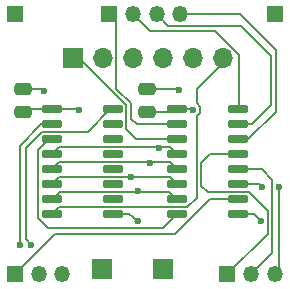
<source format=gbr>
%TF.GenerationSoftware,KiCad,Pcbnew,8.0.3*%
%TF.CreationDate,2024-07-13T20:35:25+02:00*%
%TF.ProjectId,Shift Register Board,53686966-7420-4526-9567-697374657220,rev?*%
%TF.SameCoordinates,Original*%
%TF.FileFunction,Copper,L2,Bot*%
%TF.FilePolarity,Positive*%
%FSLAX46Y46*%
G04 Gerber Fmt 4.6, Leading zero omitted, Abs format (unit mm)*
G04 Created by KiCad (PCBNEW 8.0.3) date 2024-07-13 20:35:25*
%MOMM*%
%LPD*%
G01*
G04 APERTURE LIST*
G04 Aperture macros list*
%AMRoundRect*
0 Rectangle with rounded corners*
0 $1 Rounding radius*
0 $2 $3 $4 $5 $6 $7 $8 $9 X,Y pos of 4 corners*
0 Add a 4 corners polygon primitive as box body*
4,1,4,$2,$3,$4,$5,$6,$7,$8,$9,$2,$3,0*
0 Add four circle primitives for the rounded corners*
1,1,$1+$1,$2,$3*
1,1,$1+$1,$4,$5*
1,1,$1+$1,$6,$7*
1,1,$1+$1,$8,$9*
0 Add four rect primitives between the rounded corners*
20,1,$1+$1,$2,$3,$4,$5,0*
20,1,$1+$1,$4,$5,$6,$7,0*
20,1,$1+$1,$6,$7,$8,$9,0*
20,1,$1+$1,$8,$9,$2,$3,0*%
G04 Aperture macros list end*
%TA.AperFunction,ComponentPad*%
%ADD10R,1.350000X1.350000*%
%TD*%
%TA.AperFunction,ComponentPad*%
%ADD11O,1.350000X1.350000*%
%TD*%
%TA.AperFunction,ComponentPad*%
%ADD12R,1.700000X1.700000*%
%TD*%
%TA.AperFunction,SMDPad,CuDef*%
%ADD13RoundRect,0.250000X0.475000X-0.250000X0.475000X0.250000X-0.475000X0.250000X-0.475000X-0.250000X0*%
%TD*%
%TA.AperFunction,SMDPad,CuDef*%
%ADD14RoundRect,0.150000X0.725000X0.150000X-0.725000X0.150000X-0.725000X-0.150000X0.725000X-0.150000X0*%
%TD*%
%TA.AperFunction,ComponentPad*%
%ADD15O,1.700000X1.700000*%
%TD*%
%TA.AperFunction,ViaPad*%
%ADD16C,0.600000*%
%TD*%
%TA.AperFunction,Conductor*%
%ADD17C,0.200000*%
%TD*%
G04 APERTURE END LIST*
D10*
%TO.P,J1,1,Pin_1*%
%TO.N,Net-(J1-Pin_1)*%
X59999999Y-61900000D03*
D11*
%TO.P,J1,2,Pin_2*%
%TO.N,Net-(J1-Pin_2)*%
X61999999Y-61900000D03*
%TO.P,J1,3,Pin_3*%
%TO.N,Net-(J1-Pin_3)*%
X63999999Y-61900000D03*
%TO.P,J1,4,Pin_4*%
%TO.N,Net-(J1-Pin_4)*%
X65999999Y-61900000D03*
%TD*%
D10*
%TO.P,J3,1,Pin_1*%
%TO.N,Net-(J3-Pin_1)*%
X52000000Y-83900000D03*
D11*
%TO.P,J3,2,Pin_2*%
%TO.N,Net-(J3-Pin_2)*%
X54000000Y-83900000D03*
%TO.P,J3,3,Pin_3*%
%TO.N,Net-(J3-Pin_3)*%
X56000000Y-83900000D03*
%TD*%
D10*
%TO.P,J5,1,Pin_1*%
%TO.N,GND*%
X74000000Y-61900000D03*
%TD*%
%TO.P,J2,1,Pin_1*%
%TO.N,Net-(J2-Pin_1)*%
X70000000Y-83900000D03*
D11*
%TO.P,J2,2,Pin_2*%
%TO.N,Net-(J2-Pin_2)*%
X72000000Y-83900000D03*
%TO.P,J2,3,Pin_3*%
%TO.N,Net-(J2-Pin_3)*%
X74000000Y-83900000D03*
%TD*%
D10*
%TO.P,J4,1,Pin_1*%
%TO.N,GND*%
X52000000Y-61900000D03*
%TD*%
D12*
%TO.P,J8,1,Pin_1*%
%TO.N,GND*%
X64500000Y-83500000D03*
%TD*%
D13*
%TO.P,C1,1*%
%TO.N,+5V*%
X52700000Y-70149999D03*
%TO.P,C1,2*%
%TO.N,GND*%
X52700000Y-68250001D03*
%TD*%
D14*
%TO.P,U2,1,QB*%
%TO.N,Net-(J3-Pin_3)*%
X60275000Y-69955000D03*
%TO.P,U2,2,QC*%
%TO.N,unconnected-(U2-QC-Pad2)*%
X60275000Y-71225000D03*
%TO.P,U2,3,QD*%
%TO.N,unconnected-(U2-QD-Pad3)*%
X60275000Y-72495000D03*
%TO.P,U2,4,QE*%
%TO.N,unconnected-(U2-QE-Pad4)*%
X60275000Y-73765000D03*
%TO.P,U2,5,QF*%
%TO.N,unconnected-(U2-QF-Pad5)*%
X60275000Y-75035000D03*
%TO.P,U2,6,QG*%
%TO.N,unconnected-(U2-QG-Pad6)*%
X60275000Y-76305000D03*
%TO.P,U2,7,QH*%
%TO.N,unconnected-(U2-QH-Pad7)*%
X60275000Y-77575000D03*
%TO.P,U2,8,GND*%
%TO.N,GND*%
X60275000Y-78845000D03*
%TO.P,U2,9,QH'*%
%TO.N,DATA_OUT*%
X55125000Y-78845000D03*
%TO.P,U2,10,~{SRCLR}*%
%TO.N,SR_CLR*%
X55125000Y-77575000D03*
%TO.P,U2,11,SRCLK*%
%TO.N,SR_CLK*%
X55125000Y-76305000D03*
%TO.P,U2,12,RCLK*%
%TO.N,LOAD*%
X55125000Y-75035000D03*
%TO.P,U2,13,~{OE}*%
%TO.N,OE*%
X55125000Y-73765000D03*
%TO.P,U2,14,SER*%
%TO.N,Net-(U1-QH')*%
X55125000Y-72495000D03*
%TO.P,U2,15,QA*%
%TO.N,Net-(J3-Pin_2)*%
X55125000Y-71225000D03*
%TO.P,U2,16,VCC*%
%TO.N,+5V*%
X55125000Y-69955000D03*
%TD*%
D12*
%TO.P,J7,1,Pin_1*%
%TO.N,+5V*%
X59400000Y-83500000D03*
%TD*%
D13*
%TO.P,C2,1*%
%TO.N,+5V*%
X63200000Y-70149999D03*
%TO.P,C2,2*%
%TO.N,GND*%
X63200000Y-68250001D03*
%TD*%
D12*
%TO.P,J6,1,Pin_1*%
%TO.N,DATA*%
X56900000Y-65600000D03*
D15*
%TO.P,J6,2,Pin_2*%
%TO.N,SR_CLK*%
X59440000Y-65600000D03*
%TO.P,J6,3,Pin_3*%
%TO.N,SR_CLR*%
X61979999Y-65600000D03*
%TO.P,J6,4,Pin_4*%
%TO.N,LOAD*%
X64520000Y-65600000D03*
%TO.P,J6,5,Pin_5*%
%TO.N,OE*%
X67060000Y-65600000D03*
%TO.P,J6,6,Pin_6*%
%TO.N,DATA_OUT*%
X69600000Y-65600000D03*
%TD*%
D14*
%TO.P,U1,1,QB*%
%TO.N,Net-(J1-Pin_2)*%
X70875000Y-69955000D03*
%TO.P,U1,2,QC*%
%TO.N,Net-(J1-Pin_3)*%
X70875000Y-71225000D03*
%TO.P,U1,3,QD*%
%TO.N,Net-(J1-Pin_4)*%
X70875000Y-72495000D03*
%TO.P,U1,4,QE*%
%TO.N,Net-(J2-Pin_1)*%
X70875000Y-73765000D03*
%TO.P,U1,5,QF*%
%TO.N,Net-(J2-Pin_2)*%
X70875000Y-75035000D03*
%TO.P,U1,6,QG*%
%TO.N,Net-(J2-Pin_3)*%
X70875000Y-76305000D03*
%TO.P,U1,7,QH*%
%TO.N,Net-(J3-Pin_1)*%
X70875000Y-77575000D03*
%TO.P,U1,8,GND*%
%TO.N,GND*%
X70875000Y-78845000D03*
%TO.P,U1,9,QH'*%
%TO.N,Net-(U1-QH')*%
X65725000Y-78845000D03*
%TO.P,U1,10,~{SRCLR}*%
%TO.N,SR_CLR*%
X65725000Y-77575000D03*
%TO.P,U1,11,SRCLK*%
%TO.N,SR_CLK*%
X65725000Y-76305000D03*
%TO.P,U1,12,RCLK*%
%TO.N,LOAD*%
X65725000Y-75035000D03*
%TO.P,U1,13,~{OE}*%
%TO.N,OE*%
X65725000Y-73765000D03*
%TO.P,U1,14,SER*%
%TO.N,DATA*%
X65725000Y-72495000D03*
%TO.P,U1,15,QA*%
%TO.N,Net-(J1-Pin_1)*%
X65725000Y-71225000D03*
%TO.P,U1,16,VCC*%
%TO.N,+5V*%
X65725000Y-69955000D03*
%TD*%
D16*
%TO.N,GND*%
X72800000Y-79400000D03*
X54500000Y-68400000D03*
X62400000Y-79400000D03*
X65900000Y-68300000D03*
%TO.N,Net-(J2-Pin_3)*%
X72900000Y-76500000D03*
X74400000Y-76500000D03*
%TO.N,Net-(J3-Pin_3)*%
X53400000Y-81400000D03*
%TO.N,Net-(J3-Pin_2)*%
X52400000Y-81400000D03*
%TO.N,SR_CLK*%
X61800000Y-75700000D03*
%TO.N,+5V*%
X67100000Y-70000000D03*
X57400000Y-70000000D03*
%TO.N,LOAD*%
X63400000Y-74500000D03*
%TO.N,OE*%
X64200000Y-73200000D03*
%TO.N,SR_CLR*%
X62400000Y-76900000D03*
%TD*%
D17*
%TO.N,Net-(J1-Pin_2)*%
X63399999Y-63300000D02*
X61999999Y-61900000D01*
X70955000Y-69955000D02*
X71000000Y-70000000D01*
X71000000Y-65373654D02*
X68926346Y-63300000D01*
X71000000Y-70000000D02*
X71000000Y-65373654D01*
X70875000Y-69955000D02*
X70955000Y-69955000D01*
X68926346Y-63300000D02*
X63399999Y-63300000D01*
%TO.N,GND*%
X60275000Y-78845000D02*
X61645000Y-78845000D01*
X70875000Y-78845000D02*
X72245000Y-78845000D01*
X52700000Y-68250001D02*
X54350001Y-68250001D01*
X65900000Y-68300000D02*
X65850001Y-68250001D01*
X54350001Y-68250001D02*
X54500000Y-68400000D01*
X61645000Y-78845000D02*
X62400000Y-79400000D01*
X54500000Y-68400000D02*
X54400000Y-68300000D01*
X72245000Y-78845000D02*
X72800000Y-79400000D01*
X62400000Y-79400000D02*
X62200000Y-79400000D01*
X65850001Y-68250001D02*
X63200000Y-68250001D01*
%TO.N,Net-(J1-Pin_4)*%
X71749999Y-72495000D02*
X74100000Y-70144999D01*
X71100000Y-61900000D02*
X65999999Y-61900000D01*
X70875000Y-72495000D02*
X71749999Y-72495000D01*
X74100000Y-70144999D02*
X74100000Y-64900000D01*
X74100000Y-64900000D02*
X71100000Y-61900000D01*
%TO.N,Net-(J1-Pin_1)*%
X60590000Y-62490001D02*
X60590000Y-68188762D01*
X61850000Y-69448762D02*
X61850000Y-70750000D01*
X62325000Y-71225000D02*
X65725000Y-71225000D01*
X59999999Y-61900000D02*
X60590000Y-62490001D01*
X61850000Y-70750000D02*
X62325000Y-71225000D01*
X60590000Y-68188762D02*
X61850000Y-69448762D01*
%TO.N,Net-(J1-Pin_3)*%
X64974999Y-62875000D02*
X63999999Y-61900000D01*
X70875000Y-71225000D02*
X72075000Y-71225000D01*
X71175000Y-62875000D02*
X64974999Y-62875000D01*
X72075000Y-71225000D02*
X73700000Y-69600000D01*
X73700000Y-65400000D02*
X71175000Y-62875000D01*
X73700000Y-69600000D02*
X73700000Y-65400000D01*
%TO.N,Net-(J2-Pin_3)*%
X72705000Y-76305000D02*
X72900000Y-76500000D01*
X74400000Y-76500000D02*
X74400000Y-83500000D01*
X72900000Y-76500000D02*
X72900000Y-76410000D01*
X74400000Y-83500000D02*
X74000000Y-83900000D01*
X70875000Y-76305000D02*
X72705000Y-76305000D01*
%TO.N,Net-(J2-Pin_2)*%
X73800000Y-82100000D02*
X72000000Y-83900000D01*
X72935000Y-75035000D02*
X73800000Y-75900000D01*
X70875000Y-75035000D02*
X72935000Y-75035000D01*
X73800000Y-75900000D02*
X73800000Y-82100000D01*
%TO.N,Net-(J2-Pin_1)*%
X73400000Y-80500000D02*
X73400000Y-78584448D01*
X73400000Y-78584448D02*
X71790552Y-76975000D01*
X68535000Y-73765000D02*
X70875000Y-73765000D01*
X67800000Y-76400000D02*
X67800000Y-74500000D01*
X70000000Y-83900000D02*
X73400000Y-80500000D01*
X71790552Y-76975000D02*
X68375000Y-76975000D01*
X68375000Y-76975000D02*
X67800000Y-76400000D01*
X67800000Y-74500000D02*
X68535000Y-73765000D01*
%TO.N,Net-(J3-Pin_3)*%
X60029448Y-69955000D02*
X60275000Y-69955000D01*
X58159448Y-71825000D02*
X60029448Y-69955000D01*
X54279448Y-71825000D02*
X58159448Y-71825000D01*
X53400000Y-81400000D02*
X52900000Y-80900000D01*
X52900000Y-80900000D02*
X52900000Y-73204448D01*
X52900000Y-73204448D02*
X54279448Y-71825000D01*
%TO.N,Net-(J3-Pin_1)*%
X65585552Y-80500000D02*
X55400000Y-80500000D01*
X55400000Y-80500000D02*
X52000000Y-83900000D01*
X70875000Y-77575000D02*
X68510552Y-77575000D01*
X68510552Y-77575000D02*
X65585552Y-80500000D01*
%TO.N,Net-(J3-Pin_2)*%
X54250001Y-71225000D02*
X55125000Y-71225000D01*
X52400000Y-73075001D02*
X54250001Y-71225000D01*
X52400000Y-81400000D02*
X52400000Y-73075001D01*
%TO.N,DATA_OUT*%
X69600000Y-66000000D02*
X69600000Y-65600000D01*
X67400000Y-68200000D02*
X69600000Y-66000000D01*
X55125000Y-78845000D02*
X55725000Y-78245000D01*
X66570552Y-78245000D02*
X67400000Y-77415552D01*
X55725000Y-78245000D02*
X66570552Y-78245000D01*
X67400000Y-69451471D02*
X67400000Y-68200000D01*
X67400000Y-70548529D02*
X67700000Y-70248529D01*
X67700000Y-69751471D02*
X67400000Y-69451471D01*
X67700000Y-70248529D02*
X67700000Y-69751471D01*
X67400000Y-77415552D02*
X67400000Y-70548529D01*
%TO.N,SR_CLK*%
X65125000Y-75705000D02*
X55725000Y-75705000D01*
X55725000Y-75705000D02*
X55125000Y-76305000D01*
X65725000Y-76305000D02*
X65125000Y-75705000D01*
%TO.N,+5V*%
X52894999Y-69955000D02*
X52700000Y-70149999D01*
X55125000Y-69955000D02*
X52894999Y-69955000D01*
X65725000Y-69955000D02*
X65545000Y-69955000D01*
X55125000Y-69955000D02*
X57355000Y-69955000D01*
X65725000Y-69955000D02*
X67055000Y-69955000D01*
X67055000Y-69955000D02*
X67100000Y-70000000D01*
X65545000Y-69955000D02*
X65350001Y-70149999D01*
X65350001Y-70149999D02*
X63200000Y-70149999D01*
%TO.N,Net-(U1-QH')*%
X54764448Y-80000000D02*
X53950000Y-79185552D01*
X53950000Y-79185552D02*
X53950000Y-73424448D01*
X54879448Y-72495000D02*
X55125000Y-72495000D01*
X65725000Y-78845000D02*
X64570000Y-80000000D01*
X64570000Y-80000000D02*
X54764448Y-80000000D01*
X53950000Y-73424448D02*
X54879448Y-72495000D01*
%TO.N,LOAD*%
X65125000Y-74435000D02*
X55725000Y-74435000D01*
X55725000Y-74435000D02*
X55125000Y-75035000D01*
X65725000Y-75035000D02*
X65125000Y-74435000D01*
%TO.N,OE*%
X55725000Y-73165000D02*
X55125000Y-73765000D01*
X65725000Y-73765000D02*
X65125000Y-73165000D01*
X65125000Y-73165000D02*
X55725000Y-73165000D01*
%TO.N,DATA*%
X62295000Y-72495000D02*
X65725000Y-72495000D01*
X56900000Y-65600000D02*
X57435552Y-65600000D01*
X61450000Y-71650000D02*
X62295000Y-72495000D01*
X61450000Y-69614448D02*
X61450000Y-71650000D01*
X57435552Y-65600000D02*
X61450000Y-69614448D01*
%TO.N,SR_CLR*%
X55795000Y-76905000D02*
X55125000Y-77575000D01*
X65055000Y-76905000D02*
X55795000Y-76905000D01*
X65725000Y-77575000D02*
X65055000Y-76905000D01*
%TD*%
M02*

</source>
